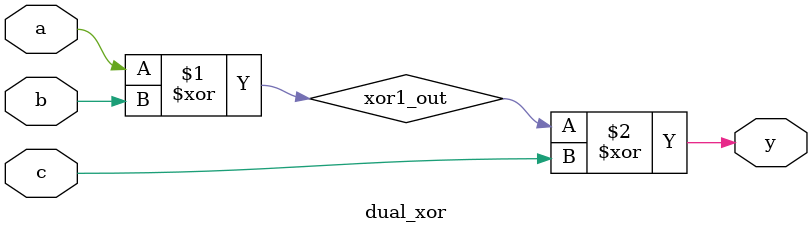
<source format=v>
module dual_xor (
    input wire a,
    input wire b,
    input wire c,
    output wire y
);

wire xor1_out;

assign xor1_out = a ^ b;
assign y = xor1_out ^ c;

endmodule

</source>
